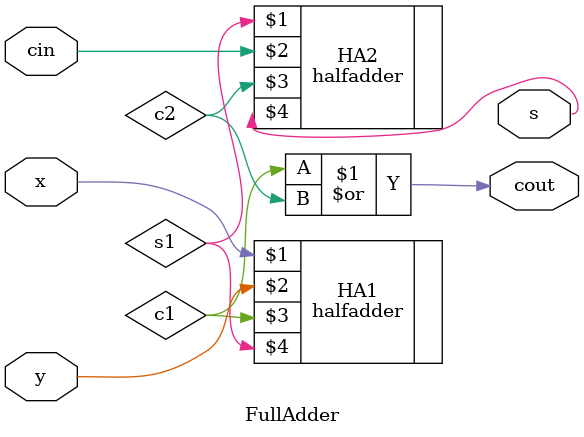
<source format=sv>

`ifndef FULLADDER
`define FULLADDER

`include "../HalfAdd/halfadder.sv"

module FullAdder(cin,x,y,cout,s);
  input cin;
  input x,y;
  output cout,s;
  wire c1,c2,s1;

  halfadder HA1 (x,y,c1,s1);
  halfadder HA2 (s1,cin,c2,s);
  or(cout,c1,c2);

endmodule //Credit Peter Matyhs
`endif // FULLADDER

</source>
